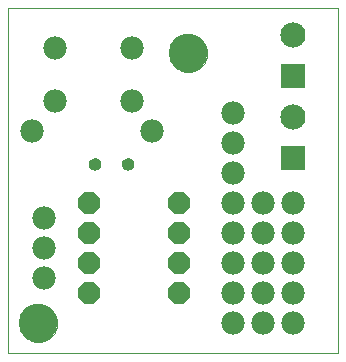
<source format=gts>
G75*
G70*
%OFA0B0*%
%FSLAX24Y24*%
%IPPOS*%
%LPD*%
%AMOC8*
5,1,8,0,0,1.08239X$1,22.5*
%
%ADD10C,0.0000*%
%ADD11C,0.1290*%
%ADD12C,0.0780*%
%ADD13OC8,0.0720*%
%ADD14R,0.0840X0.0840*%
%ADD15C,0.0840*%
%ADD16C,0.0050*%
D10*
X000150Y000841D02*
X000150Y012341D01*
X011150Y012341D01*
X011150Y000841D01*
X000150Y000841D01*
X000525Y001841D02*
X000527Y001891D01*
X000533Y001940D01*
X000543Y001989D01*
X000556Y002036D01*
X000574Y002083D01*
X000595Y002128D01*
X000619Y002171D01*
X000647Y002212D01*
X000678Y002251D01*
X000712Y002287D01*
X000749Y002321D01*
X000789Y002351D01*
X000830Y002378D01*
X000874Y002402D01*
X000919Y002422D01*
X000966Y002438D01*
X001014Y002451D01*
X001063Y002460D01*
X001113Y002465D01*
X001162Y002466D01*
X001212Y002463D01*
X001261Y002456D01*
X001310Y002445D01*
X001357Y002431D01*
X001403Y002412D01*
X001448Y002390D01*
X001491Y002365D01*
X001531Y002336D01*
X001569Y002304D01*
X001605Y002270D01*
X001638Y002232D01*
X001667Y002192D01*
X001693Y002150D01*
X001716Y002106D01*
X001735Y002060D01*
X001751Y002013D01*
X001763Y001964D01*
X001771Y001915D01*
X001775Y001866D01*
X001775Y001816D01*
X001771Y001767D01*
X001763Y001718D01*
X001751Y001669D01*
X001735Y001622D01*
X001716Y001576D01*
X001693Y001532D01*
X001667Y001490D01*
X001638Y001450D01*
X001605Y001412D01*
X001569Y001378D01*
X001531Y001346D01*
X001491Y001317D01*
X001448Y001292D01*
X001403Y001270D01*
X001357Y001251D01*
X001310Y001237D01*
X001261Y001226D01*
X001212Y001219D01*
X001162Y001216D01*
X001113Y001217D01*
X001063Y001222D01*
X001014Y001231D01*
X000966Y001244D01*
X000919Y001260D01*
X000874Y001280D01*
X000830Y001304D01*
X000789Y001331D01*
X000749Y001361D01*
X000712Y001395D01*
X000678Y001431D01*
X000647Y001470D01*
X000619Y001511D01*
X000595Y001554D01*
X000574Y001599D01*
X000556Y001646D01*
X000543Y001693D01*
X000533Y001742D01*
X000527Y001791D01*
X000525Y001841D01*
X005525Y010841D02*
X005527Y010891D01*
X005533Y010940D01*
X005543Y010989D01*
X005556Y011036D01*
X005574Y011083D01*
X005595Y011128D01*
X005619Y011171D01*
X005647Y011212D01*
X005678Y011251D01*
X005712Y011287D01*
X005749Y011321D01*
X005789Y011351D01*
X005830Y011378D01*
X005874Y011402D01*
X005919Y011422D01*
X005966Y011438D01*
X006014Y011451D01*
X006063Y011460D01*
X006113Y011465D01*
X006162Y011466D01*
X006212Y011463D01*
X006261Y011456D01*
X006310Y011445D01*
X006357Y011431D01*
X006403Y011412D01*
X006448Y011390D01*
X006491Y011365D01*
X006531Y011336D01*
X006569Y011304D01*
X006605Y011270D01*
X006638Y011232D01*
X006667Y011192D01*
X006693Y011150D01*
X006716Y011106D01*
X006735Y011060D01*
X006751Y011013D01*
X006763Y010964D01*
X006771Y010915D01*
X006775Y010866D01*
X006775Y010816D01*
X006771Y010767D01*
X006763Y010718D01*
X006751Y010669D01*
X006735Y010622D01*
X006716Y010576D01*
X006693Y010532D01*
X006667Y010490D01*
X006638Y010450D01*
X006605Y010412D01*
X006569Y010378D01*
X006531Y010346D01*
X006491Y010317D01*
X006448Y010292D01*
X006403Y010270D01*
X006357Y010251D01*
X006310Y010237D01*
X006261Y010226D01*
X006212Y010219D01*
X006162Y010216D01*
X006113Y010217D01*
X006063Y010222D01*
X006014Y010231D01*
X005966Y010244D01*
X005919Y010260D01*
X005874Y010280D01*
X005830Y010304D01*
X005789Y010331D01*
X005749Y010361D01*
X005712Y010395D01*
X005678Y010431D01*
X005647Y010470D01*
X005619Y010511D01*
X005595Y010554D01*
X005574Y010599D01*
X005556Y010646D01*
X005543Y010693D01*
X005533Y010742D01*
X005527Y010791D01*
X005525Y010841D01*
D11*
X006150Y010841D03*
X001150Y001841D03*
D12*
X001350Y003341D03*
X001350Y004341D03*
X001350Y005341D03*
X000950Y008241D03*
X001720Y009251D03*
X001720Y011031D03*
X004280Y011031D03*
X004280Y009251D03*
X004950Y008241D03*
X007650Y007841D03*
X007650Y008841D03*
X007650Y006841D03*
X007650Y005841D03*
X007650Y004841D03*
X007650Y003841D03*
X007650Y002841D03*
X007650Y001841D03*
X008650Y001841D03*
X008650Y002841D03*
X008650Y003841D03*
X008650Y004841D03*
X008650Y005841D03*
X009650Y005841D03*
X009650Y004841D03*
X009650Y003841D03*
X009650Y002841D03*
X009650Y001841D03*
D13*
X005850Y002841D03*
X005850Y003841D03*
X005850Y004841D03*
X005850Y005841D03*
X002850Y005841D03*
X002850Y004841D03*
X002850Y003841D03*
X002850Y002841D03*
D14*
X009650Y007341D03*
X009650Y010091D03*
D15*
X009650Y008719D03*
X009650Y011469D03*
D16*
X004286Y007250D02*
X004307Y007216D01*
X004319Y007178D01*
X004323Y007139D01*
X004318Y007100D01*
X004305Y007064D01*
X004284Y007031D01*
X004257Y007004D01*
X004224Y006984D01*
X004187Y006972D01*
X004149Y006968D01*
X004111Y006971D01*
X004074Y006983D01*
X004042Y007002D01*
X004014Y007029D01*
X003993Y007061D01*
X003979Y007097D01*
X004317Y007097D01*
X004322Y007146D02*
X003975Y007146D01*
X003974Y007135D02*
X003978Y007175D01*
X003990Y007213D01*
X004010Y007247D01*
X004038Y007277D01*
X004072Y007299D01*
X004109Y007313D01*
X004149Y007319D01*
X004188Y007313D01*
X004226Y007300D01*
X004259Y007278D01*
X004286Y007250D01*
X004290Y007243D02*
X004008Y007243D01*
X003984Y007194D02*
X004314Y007194D01*
X004239Y007291D02*
X004060Y007291D01*
X003974Y007135D02*
X003979Y007097D01*
X004001Y007049D02*
X004296Y007049D01*
X004250Y007000D02*
X004045Y007000D01*
X003216Y007100D02*
X003203Y007064D01*
X003182Y007031D01*
X003155Y007004D01*
X003122Y006984D01*
X003085Y006972D01*
X003047Y006968D01*
X003009Y006971D01*
X002972Y006983D01*
X002940Y007002D01*
X002912Y007029D01*
X002891Y007061D01*
X002877Y007097D01*
X003215Y007097D01*
X003216Y007100D02*
X003221Y007139D01*
X003217Y007178D01*
X003205Y007216D01*
X003184Y007250D01*
X003157Y007278D01*
X003123Y007300D01*
X003086Y007313D01*
X003047Y007319D01*
X003007Y007313D01*
X002970Y007299D01*
X002936Y007277D01*
X002908Y007247D01*
X002888Y007213D01*
X002876Y007175D01*
X002872Y007135D01*
X002877Y007097D01*
X002873Y007146D02*
X003220Y007146D01*
X003212Y007194D02*
X002882Y007194D01*
X002905Y007243D02*
X003188Y007243D01*
X003137Y007291D02*
X002958Y007291D01*
X002899Y007049D02*
X003193Y007049D01*
X003148Y007000D02*
X002943Y007000D01*
M02*

</source>
